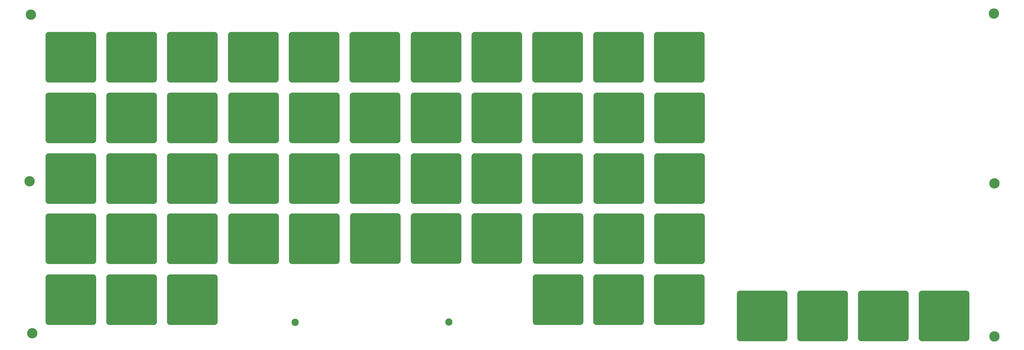
<source format=gbr>
G04 #@! TF.GenerationSoftware,KiCad,Pcbnew,(6.0.7)*
G04 #@! TF.CreationDate,2022-12-19T11:26:14-08:00*
G04 #@! TF.ProjectId,openot rev2,6f70656e-6f74-4207-9265-76322e6b6963,rev?*
G04 #@! TF.SameCoordinates,Original*
G04 #@! TF.FileFunction,Soldermask,Top*
G04 #@! TF.FilePolarity,Negative*
%FSLAX46Y46*%
G04 Gerber Fmt 4.6, Leading zero omitted, Abs format (unit mm)*
G04 Created by KiCad (PCBNEW (6.0.7)) date 2022-12-19 11:26:14*
%MOMM*%
%LPD*%
G01*
G04 APERTURE LIST*
G04 Aperture macros list*
%AMRoundRect*
0 Rectangle with rounded corners*
0 $1 Rounding radius*
0 $2 $3 $4 $5 $6 $7 $8 $9 X,Y pos of 4 corners*
0 Add a 4 corners polygon primitive as box body*
4,1,4,$2,$3,$4,$5,$6,$7,$8,$9,$2,$3,0*
0 Add four circle primitives for the rounded corners*
1,1,$1+$1,$2,$3*
1,1,$1+$1,$4,$5*
1,1,$1+$1,$6,$7*
1,1,$1+$1,$8,$9*
0 Add four rect primitives between the rounded corners*
20,1,$1+$1,$2,$3,$4,$5,0*
20,1,$1+$1,$4,$5,$6,$7,0*
20,1,$1+$1,$6,$7,$8,$9,0*
20,1,$1+$1,$8,$9,$2,$3,0*%
G04 Aperture macros list end*
%ADD10RoundRect,1.059000X6.992000X6.992000X-6.992000X6.992000X-6.992000X-6.992000X6.992000X-6.992000X0*%
%ADD11C,3.302000*%
%ADD12C,2.302000*%
G04 APERTURE END LIST*
D10*
X213092800Y-133693600D03*
X251797533Y-95022285D03*
X77710800Y-133693600D03*
X155053800Y-152794400D03*
X213092800Y-114389600D03*
X271131800Y-133693600D03*
X97014800Y-114389600D03*
X174357800Y-133693600D03*
X251827800Y-133693600D03*
X297370000Y-177330800D03*
X77660000Y-172200000D03*
X96984533Y-95022285D03*
X251777000Y-172200000D03*
X213062533Y-95022285D03*
X213097667Y-152756115D03*
X316597800Y-177330801D03*
X135749800Y-133693600D03*
X335901801Y-177330801D03*
X174327533Y-95022285D03*
X155053800Y-114389600D03*
X116318800Y-133693600D03*
X271131800Y-152794400D03*
X232528667Y-152756115D03*
X232366533Y-95022285D03*
X271101533Y-95022285D03*
X271131800Y-114389600D03*
X116318800Y-114389600D03*
X251827800Y-114389600D03*
X135749800Y-152794400D03*
X135719533Y-95022285D03*
X193788800Y-133693600D03*
X193788800Y-114389600D03*
X232396800Y-114389600D03*
X155023533Y-95022285D03*
X193758533Y-95022285D03*
X355205801Y-177330801D03*
X174489667Y-152756115D03*
X97014800Y-152794400D03*
X251827800Y-152794400D03*
X77710800Y-152794400D03*
X116318800Y-152794400D03*
X97014800Y-133693600D03*
X96964000Y-172200000D03*
X135749800Y-114389600D03*
X77680533Y-95022285D03*
X271081000Y-172200000D03*
X174357800Y-114389600D03*
X77710800Y-114389600D03*
X193793667Y-152756115D03*
X232574600Y-172200000D03*
X232396800Y-133693600D03*
X116268000Y-172200000D03*
X116288533Y-95022285D03*
X155053800Y-133693600D03*
D11*
X371053483Y-81170234D03*
D12*
X197857667Y-179339132D03*
D11*
X371256683Y-135221434D03*
X64577083Y-134510234D03*
X65034283Y-81475034D03*
X65389883Y-182871834D03*
D12*
X149013467Y-179364532D03*
D11*
X371205883Y-183887834D03*
M02*

</source>
